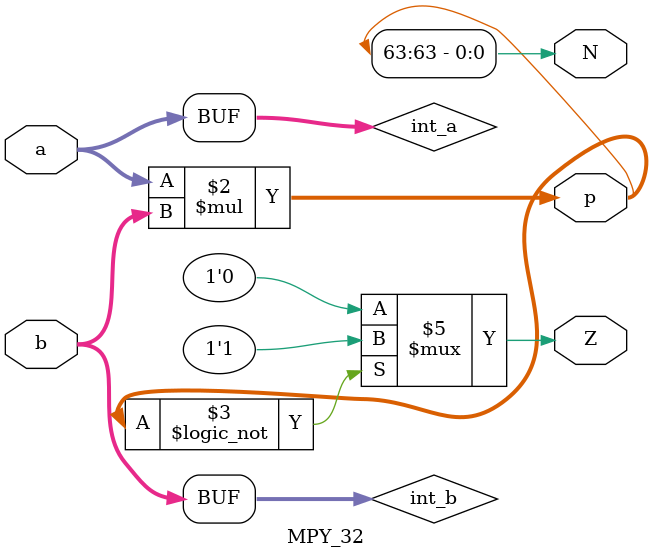
<source format=v>
`timescale 1ns / 1ps
module MPY_32(a, b, p, N, Z);
   input      [31:0] a, b;
	output reg        N, Z;
	output reg [63:0] p;
	
	// integer inputs for signed multiplication
	integer int_a, int_b;
	
	// performs multiplication and updates
	// both the negative and zero flag
	always@ (*) begin
	   int_a = a;
		int_b = b;
		p = int_a * int_b; // product
		
		// negative flag checks the highest bit of the
		// product to see if the number is negative, if
		// so set the negative flag high else set the 
		// flag low
		N = p[63];
		
		// check output the state of the product to see
		// if it is zero then set the zero flag high else
		// the flag goes low
		if(p == 64'h0)
		   Z = 1'b1;
		else
		   Z = 1'b0;
   end
	
endmodule

</source>
